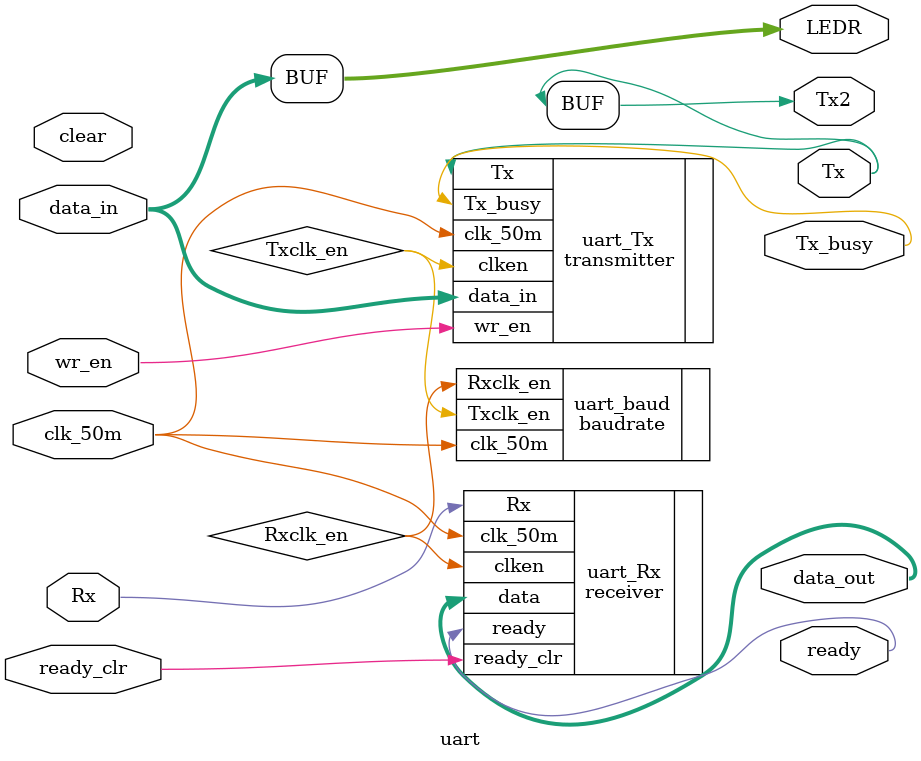
<source format=v>
module uart(input wire [7:0] data_in, //input data
				input wire wr_en,
				input wire clear,
				input wire clk_50m,
				output wire Tx,
				output wire Tx_busy,
				input wire Rx,
				output wire ready,
				input wire ready_clr,
				output wire [7:0] data_out,
				output [7:0] LEDR,
				output wire Tx2//output data
				);		
assign LEDR = data_in;
assign Tx2 = Tx;
wire Txclk_en, Rxclk_en;
baudrate uart_baud(	.clk_50m(clk_50m),
							.Rxclk_en(Rxclk_en),
							.Txclk_en(Txclk_en)
							);
transmitter uart_Tx(	.data_in(data_in),
							.wr_en(wr_en),
							.clk_50m(clk_50m),
							.clken(Txclk_en), //We assign Tx clock to enable clock 
							.Tx(Tx),
							.Tx_busy(Tx_busy)
							);
receiver uart_Rx(	.Rx(Rx),
						.ready(ready),
						.ready_clr(ready_clr),
						.clk_50m(clk_50m),
						.clken(Rxclk_en), //We assign Tx clock to enable clock 
						.data(data_out)
						);

endmodule

</source>
